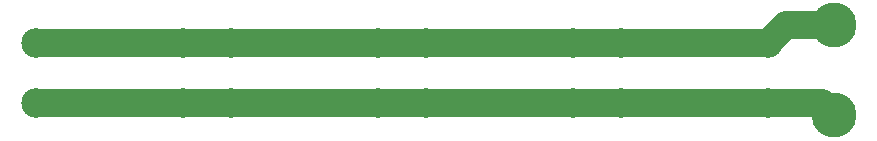
<source format=gbr>
%TF.GenerationSoftware,KiCad,Pcbnew,5.1.7-a382d34a8~88~ubuntu18.04.1*%
%TF.CreationDate,2021-04-14T12:48:07-04:00*%
%TF.ProjectId,Pressure_Switch,50726573-7375-4726-955f-537769746368,rev?*%
%TF.SameCoordinates,Original*%
%TF.FileFunction,Copper,L2,Bot*%
%TF.FilePolarity,Positive*%
%FSLAX46Y46*%
G04 Gerber Fmt 4.6, Leading zero omitted, Abs format (unit mm)*
G04 Created by KiCad (PCBNEW 5.1.7-a382d34a8~88~ubuntu18.04.1) date 2021-04-14 12:48:07*
%MOMM*%
%LPD*%
G01*
G04 APERTURE LIST*
%TA.AperFunction,ComponentPad*%
%ADD10C,2.500000*%
%TD*%
%TA.AperFunction,ComponentPad*%
%ADD11C,3.800000*%
%TD*%
%TA.AperFunction,Conductor*%
%ADD12C,2.400000*%
%TD*%
G04 APERTURE END LIST*
D10*
%TO.P,SW4,4*%
%TO.N,Net-(H2-Pad1)*%
X140081000Y-92964000D03*
%TO.P,SW4,3*%
%TO.N,Net-(H1-Pad1)*%
X140081000Y-87884000D03*
%TO.P,SW4,2*%
%TO.N,Net-(H2-Pad1)*%
X152527000Y-92964000D03*
%TO.P,SW4,1*%
%TO.N,Net-(H1-Pad1)*%
X152527000Y-87884000D03*
%TD*%
%TO.P,SW3,4*%
%TO.N,Net-(H2-Pad1)*%
X123571000Y-92964000D03*
%TO.P,SW3,3*%
%TO.N,Net-(H1-Pad1)*%
X123571000Y-87884000D03*
%TO.P,SW3,2*%
%TO.N,Net-(H2-Pad1)*%
X136017000Y-92964000D03*
%TO.P,SW3,1*%
%TO.N,Net-(H1-Pad1)*%
X136017000Y-87884000D03*
%TD*%
%TO.P,SW2,4*%
%TO.N,Net-(H2-Pad1)*%
X107061000Y-92964000D03*
%TO.P,SW2,3*%
%TO.N,Net-(H1-Pad1)*%
X107061000Y-87884000D03*
%TO.P,SW2,2*%
%TO.N,Net-(H2-Pad1)*%
X119507000Y-92964000D03*
%TO.P,SW2,1*%
%TO.N,Net-(H1-Pad1)*%
X119507000Y-87884000D03*
%TD*%
%TO.P,SW1,4*%
%TO.N,Net-(H2-Pad1)*%
X90551000Y-92964000D03*
%TO.P,SW1,3*%
%TO.N,Net-(H1-Pad1)*%
X90551000Y-87884000D03*
%TO.P,SW1,2*%
%TO.N,Net-(H2-Pad1)*%
X102997000Y-92964000D03*
%TO.P,SW1,1*%
%TO.N,Net-(H1-Pad1)*%
X102997000Y-87884000D03*
%TD*%
D11*
%TO.P,H2,1*%
%TO.N,Net-(H2-Pad1)*%
X158115000Y-93980000D03*
%TD*%
%TO.P,H1,1*%
%TO.N,Net-(H1-Pad1)*%
X158115000Y-86360000D03*
%TD*%
D12*
%TO.N,Net-(H1-Pad1)*%
X154051000Y-86360000D02*
X152527000Y-87884000D01*
X158115000Y-86360000D02*
X154051000Y-86360000D01*
X152527000Y-87884000D02*
X90551000Y-87884000D01*
%TO.N,Net-(H2-Pad1)*%
X152527000Y-92964000D02*
X90551000Y-92964000D01*
X157099000Y-92964000D02*
X158115000Y-93980000D01*
X152527000Y-92964000D02*
X157099000Y-92964000D01*
%TD*%
M02*

</source>
